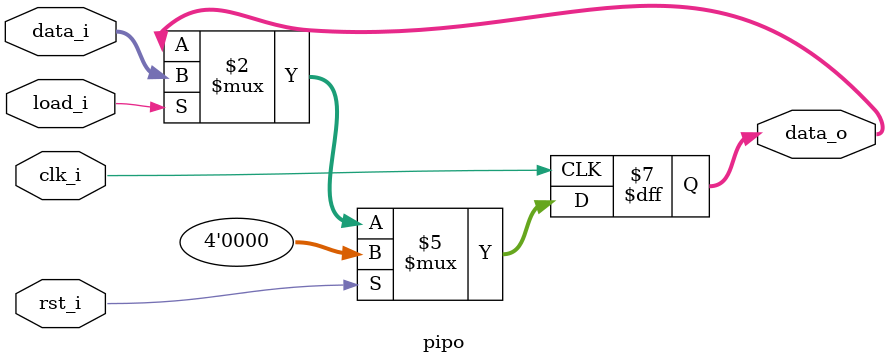
<source format=v>

module pipo(
  input            clk_i , // Clock
  input            rst_i , // Reset
  input            load_i, // Load eanble input
  input      [3:0] data_i, // Parallel data input
  output reg [3:0] data_o  // Parallel data output
);
  
  // Sequential Logic
  always@(posedge clk_i)begin
    if(rst_i)begin
	// Clear on reset
      data_o <= 'h0;
    end else begin
	  if(load_i)begin
	  // Load parallel data
	    data_o <= data_i;
	  end
    end
  end
  
endmodule
</source>
